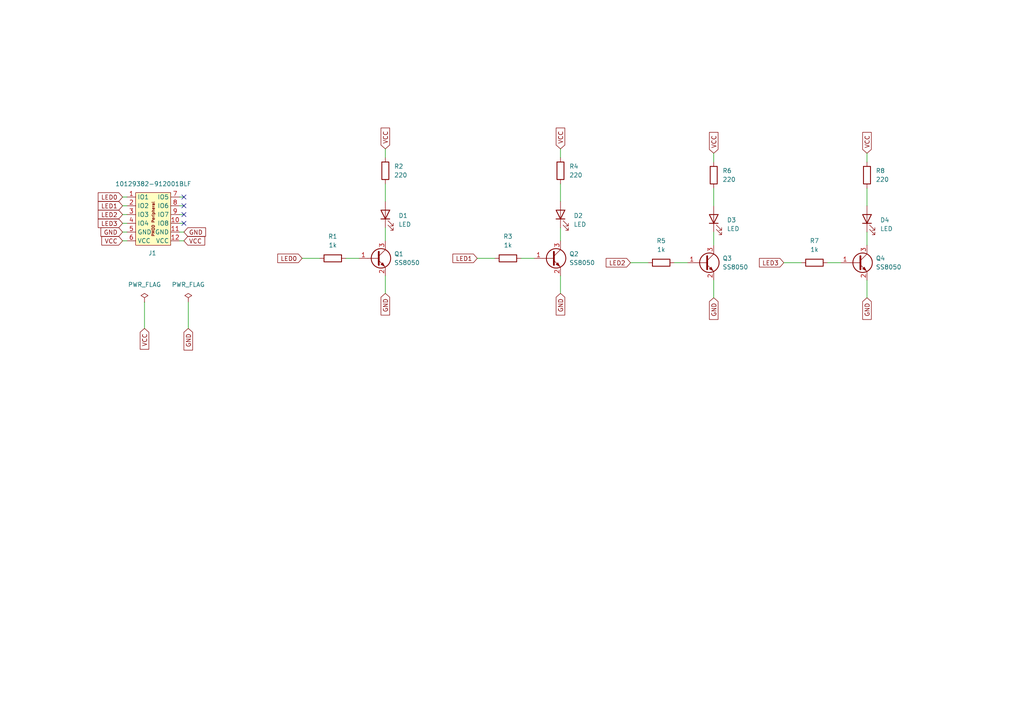
<source format=kicad_sch>
(kicad_sch (version 20250114) (generator "eeschema") (generator_version "9.0")
  (paper "A4")
  (title_block (title "S8050 PMOD LED") (date "2025-06-12") (rev "1.0"))
  (lib_symbols
    (symbol "Device:LED" (pin_numbers (hide yes)) (pin_names (offset 1.016) (hide yes))
      (property "Reference" "D" (at 0 2.54 0))
      (property "Value" "LED" (at 0 -2.54 0))
      (symbol "LED_0_1"
        (polyline (pts (xy -3.048 -0.762) (xy -4.572 -2.286) (xy -3.81 -2.286) (xy -4.572 -2.286) (xy -4.572 -1.524)))
        (polyline (pts (xy -1.778 -0.762) (xy -3.302 -2.286) (xy -2.54 -2.286) (xy -3.302 -2.286) (xy -3.302 -1.524)))
        (polyline (pts (xy -1.27 0) (xy 1.27 0)))
        (polyline (pts (xy -1.27 -1.27) (xy -1.27 1.27)) (stroke (width 0.254)))
        (polyline (pts (xy 1.27 -1.27) (xy 1.27 1.27) (xy -1.27 0) (xy 1.27 -1.27)) (stroke (width 0.254)))
      )
      (symbol "LED_1_1"
        (pin passive line (at -3.81 0 0) (length 2.54) (name "K") (number "1"))
        (pin passive line (at 3.81 0 180) (length 2.54) (name "A") (number "2"))
      )
    )
    (symbol "Device:R" (pin_numbers (hide yes)) (pin_names (offset 0))
      (property "Reference" "R" (at 2.032 0 90))
      (property "Value" "R" (at 0 0 90))
      (symbol "R_0_1"
        (rectangle (start -1.016 -2.54) (end 1.016 2.54) (stroke (width 0.254)))
      )
      (symbol "R_1_1"
        (pin passive line (at 0 3.81 270) (length 1.27) (name "~") (number "1"))
        (pin passive line (at 0 -3.81 90) (length 1.27) (name "~") (number "2"))
      )
    )
    (symbol "Transistor_BJT:SS8050" (pin_names (offset 0) (hide yes))
      (property "Reference" "Q" (at 5.08 1.905 0))
      (property "Value" "SS8050" (at 5.08 0 0))
      (symbol "SS8050_0_1"
        (polyline (pts (xy -2.54 0) (xy 0.635 0)))
        (polyline (pts (xy 0.635 1.905) (xy 0.635 -1.905)) (stroke (width 0.508)))
        (circle (center 1.27 0) (radius 2.8194) (stroke (width 0.254)))
      )
      (symbol "SS8050_1_1"
        (polyline (pts (xy 0.635 0.635) (xy 2.54 2.54)))
        (polyline (pts (xy 0.635 -0.635) (xy 2.54 -2.54)))
        (polyline (pts (xy 1.27 -1.778) (xy 1.778 -1.27) (xy 2.286 -2.286) (xy 1.27 -1.778)) (fill (type outline)))
        (pin input line (at -5.08 0 0) (length 2.54) (name "B") (number "1"))
        (pin passive line (at 2.54 5.08 270) (length 2.54) (name "C") (number "3"))
        (pin passive line (at 2.54 -5.08 90) (length 2.54) (name "E") (number "2"))
      )
    )
    (symbol "pmod:PMOD_PERIPH_2x6"
      (property "Reference" "J" (at -3.81 12.7 0))
      (property "Value" "10129382-912001BLF" (at 2.54 -5.08 0))
      (symbol "PMOD_PERIPH_2x6_1_1"
        (rectangle (start -5.08 11.43) (end 5.08 -3.81) (fill (type background)))
        (text "PMOD Peripheral" (at 0 3.81 900) (effects (font (size 0.8 0.8))))
        (pin bidirectional line (at -7.62 10.16 0) (length 2.54) (name "IO1") (number "1"))
        (pin bidirectional line (at -7.62 7.62 0) (length 2.54) (name "IO2") (number "2"))
        (pin bidirectional line (at -7.62 5.08 0) (length 2.54) (name "IO3") (number "3"))
        (pin bidirectional line (at -7.62 2.54 0) (length 2.54) (name "IO4") (number "4"))
        (pin power_in line (at -7.62 0 0) (length 2.54) (name "GND") (number "5"))
        (pin power_in line (at -7.62 -2.54 0) (length 2.54) (name "VCC") (number "6"))
        (pin bidirectional line (at 7.62 10.16 180) (length 2.54) (name "IO5") (number "7"))
        (pin bidirectional line (at 7.62 7.62 180) (length 2.54) (name "IO6") (number "8"))
        (pin bidirectional line (at 7.62 5.08 180) (length 2.54) (name "IO7") (number "9"))
        (pin bidirectional line (at 7.62 2.54 180) (length 2.54) (name "IO8") (number "10"))
        (pin power_in line (at 7.62 0 180) (length 2.54) (name "GND") (number "11"))
        (pin power_in line (at 7.62 -2.54 180) (length 2.54) (name "VCC") (number "12"))
      )
    )
    (symbol "power:PWR_FLAG" (power) (pin_numbers (hide yes)) (pin_names (offset 0) (hide yes))
      (property "Value" "PWR_FLAG" (at 0 3.81 0))
      (symbol "PWR_FLAG_0_0"
        (pin power_out line (at 0 0 90) (length 0) (name "~") (number "1"))
      )
      (symbol "PWR_FLAG_0_1"
        (polyline (pts (xy 0 0) (xy 0 1.27) (xy -1.016 1.905) (xy 0 2.54) (xy 1.016 1.905) (xy 0 1.27)))
      )
    )
  )
  (no_connect (at 53.34 57.15))
  (no_connect (at 53.34 64.77))
  (no_connect (at 53.34 59.69))
  (no_connect (at 53.34 62.23))
  (wire (pts (xy 227.33 76.2) (xy 232.41 76.2)))
  (wire (pts (xy 207.01 67.31) (xy 207.01 71.12)))
  (wire (pts (xy 35.56 64.77) (xy 36.83 64.77)))
  (wire (pts (xy 111.76 80.01) (xy 111.76 85.09)))
  (wire (pts (xy 240.03 76.2) (xy 243.84 76.2)))
  (wire (pts (xy 162.56 66.04) (xy 162.56 69.85)))
  (wire (pts (xy 53.34 67.31) (xy 52.07 67.31)))
  (wire (pts (xy 151.13 74.93) (xy 154.94 74.93)))
  (wire (pts (xy 111.76 53.34) (xy 111.76 58.42)))
  (wire (pts (xy 162.56 43.18) (xy 162.56 45.72)))
  (wire (pts (xy 35.56 59.69) (xy 36.83 59.69)))
  (wire (pts (xy 251.46 44.45) (xy 251.46 46.99)))
  (wire (pts (xy 195.58 76.2) (xy 199.39 76.2)))
  (wire (pts (xy 41.91 87.63) (xy 41.91 95.25)))
  (wire (pts (xy 162.56 80.01) (xy 162.56 85.09)))
  (wire (pts (xy 35.56 67.31) (xy 36.83 67.31)))
  (wire (pts (xy 207.01 44.45) (xy 207.01 46.99)))
  (wire (pts (xy 53.34 57.15) (xy 52.07 57.15)))
  (wire (pts (xy 162.56 53.34) (xy 162.56 58.42)))
  (wire (pts (xy 53.34 69.85) (xy 52.07 69.85)))
  (wire (pts (xy 53.34 62.23) (xy 52.07 62.23)))
  (wire (pts (xy 251.46 54.61) (xy 251.46 59.69)))
  (wire (pts (xy 53.34 64.77) (xy 52.07 64.77)))
  (wire (pts (xy 35.56 62.23) (xy 36.83 62.23)))
  (wire (pts (xy 54.61 87.63) (xy 54.61 95.25)))
  (wire (pts (xy 111.76 43.18) (xy 111.76 45.72)))
  (wire (pts (xy 138.43 74.93) (xy 143.51 74.93)))
  (wire (pts (xy 100.33 74.93) (xy 104.14 74.93)))
  (wire (pts (xy 251.46 81.28) (xy 251.46 86.36)))
  (wire (pts (xy 35.56 69.85) (xy 36.83 69.85)))
  (wire (pts (xy 182.88 76.2) (xy 187.96 76.2)))
  (wire (pts (xy 207.01 54.61) (xy 207.01 59.69)))
  (wire (pts (xy 207.01 81.28) (xy 207.01 86.36)))
  (wire (pts (xy 87.63 74.93) (xy 92.71 74.93)))
  (wire (pts (xy 53.34 59.69) (xy 52.07 59.69)))
  (wire (pts (xy 251.46 67.31) (xy 251.46 71.12)))
  (wire (pts (xy 35.56 57.15) (xy 36.83 57.15)))
  (wire (pts (xy 111.76 66.04) (xy 111.76 69.85)))
  (global_label "LED3" (shape input) (at 227.33 76.2 180) (property "Intersheetrefs" "${INTERSHEET_REFS}" (effects (hide yes))))
  (global_label "VCC" (shape input) (at 35.56 69.85 180) (property "Intersheetrefs" "${INTERSHEET_REFS}" (effects (hide yes))))
  (global_label "LED0" (shape input) (at 87.63 74.93 180) (property "Intersheetrefs" "${INTERSHEET_REFS}" (effects (hide yes))))
  (global_label "GND" (shape input) (at 35.56 67.31 180) (property "Intersheetrefs" "${INTERSHEET_REFS}" (effects (hide yes))))
  (global_label "LED1" (shape input) (at 138.43 74.93 180) (property "Intersheetrefs" "${INTERSHEET_REFS}" (effects (hide yes))))
  (global_label "GND" (shape input) (at 54.61 95.25 270) (property "Intersheetrefs" "${INTERSHEET_REFS}" (effects (hide yes))))
  (global_label "VCC" (shape input) (at 207.01 44.45 90) (property "Intersheetrefs" "${INTERSHEET_REFS}" (effects (hide yes))))
  (global_label "VCC" (shape input) (at 53.34 69.85 0) (property "Intersheetrefs" "${INTERSHEET_REFS}" (effects (hide yes))))
  (global_label "LED1" (shape input) (at 35.56 59.69 180) (property "Intersheetrefs" "${INTERSHEET_REFS}" (effects (hide yes))))
  (global_label "GND" (shape input) (at 53.34 67.31 0) (property "Intersheetrefs" "${INTERSHEET_REFS}" (effects (hide yes))))
  (global_label "LED2" (shape input) (at 35.56 62.23 180) (property "Intersheetrefs" "${INTERSHEET_REFS}" (effects (hide yes))))
  (global_label "GND" (shape input) (at 111.76 85.09 270) (property "Intersheetrefs" "${INTERSHEET_REFS}" (effects (hide yes))))
  (global_label "VCC" (shape input) (at 111.76 43.18 90) (property "Intersheetrefs" "${INTERSHEET_REFS}" (effects (hide yes))))
  (global_label "LED3" (shape input) (at 35.56 64.77 180) (property "Intersheetrefs" "${INTERSHEET_REFS}" (effects (hide yes))))
  (global_label "VCC" (shape input) (at 251.46 44.45 90) (property "Intersheetrefs" "${INTERSHEET_REFS}" (effects (hide yes))))
  (global_label "GND" (shape input) (at 251.46 86.36 270) (property "Intersheetrefs" "${INTERSHEET_REFS}" (effects (hide yes))))
  (global_label "LED0" (shape input) (at 35.56 57.15 180) (property "Intersheetrefs" "${INTERSHEET_REFS}" (effects (hide yes))))
  (global_label "GND" (shape input) (at 162.56 85.09 270) (property "Intersheetrefs" "${INTERSHEET_REFS}" (effects (hide yes))))
  (global_label "VCC" (shape input) (at 162.56 43.18 90) (property "Intersheetrefs" "${INTERSHEET_REFS}" (effects (hide yes))))
  (global_label "VCC" (shape input) (at 41.91 95.25 270) (property "Intersheetrefs" "${INTERSHEET_REFS}" (effects (hide yes))))
  (global_label "GND" (shape input) (at 207.01 86.36 270) (property "Intersheetrefs" "${INTERSHEET_REFS}" (effects (hide yes))))
  (global_label "LED2" (shape input) (at 182.88 76.2 180) (property "Intersheetrefs" "${INTERSHEET_REFS}" (effects (hide yes))))
  (symbol (lib_id "Device:R") (at 191.77 76.2 90) (unit 1)
    (property "Reference" "R5" (at 191.77 69.85 90))
    (property "Value" "1k" (at 191.77 72.39 90))
    (property "Footprint" "Resistor_SMD:R_0603_1608Metric" (effects (hide yes)))
    (property "Description" "Resistor" (effects (hide yes)))
  )
  (symbol (lib_id "Device:LED") (at 207.01 63.5 90) (unit 1)
    (property "Reference" "D3" (at 210.82 63.8174 90) (effects (justify right)))
    (property "Value" "LED" (at 210.82 66.3574 90) (effects (justify right)))
    (property "Footprint" "LED_SMD:LED_0603_1608Metric" (effects (hide yes)))
    (property "Description" "Light emitting diode" (effects (hide yes)))
    (property "Sim.Pins" "1=K 2=A" (effects (hide yes)))
  )
  (symbol (lib_id "Device:R") (at 236.22 76.2 90) (unit 1)
    (property "Reference" "R7" (at 236.22 69.85 90))
    (property "Value" "1k" (at 236.22 72.39 90))
    (property "Footprint" "Resistor_SMD:R_0603_1608Metric" (effects (hide yes)))
    (property "Description" "Resistor" (effects (hide yes)))
  )
  (symbol (lib_id "pmod:PMOD_PERIPH_2x6") (at 44.45 67.31 0) (unit 1)
    (property "Reference" "J1" (at 44.196 73.406 0))
    (property "Value" "10129382-912001BLF" (at 44.45 53.34 0))
    (property "Footprint" "pmod:PinHeader_2x06_P2.54mm_PMODPeriph2B" (effects (hide yes)))
    (property "Datasheet" "https://cdn.amphenol-cs.com/media/wysiwyg/files/drawing/10129382.pdf" (effects (hide yes)))
    (property "Description" "Male PMOD Peripheral connector" (effects (hide yes)))
    (property "LCSC Part" "C492434" (effects (hide yes)))
  )
  (symbol (lib_id "Device:R") (at 251.46 50.8 0) (unit 1)
    (property "Reference" "R8" (at 254 49.5299 0) (effects (justify left)))
    (property "Value" "220" (at 254 52.0699 0) (effects (justify left)))
    (property "Footprint" "Resistor_SMD:R_0603_1608Metric" (effects (hide yes)))
    (property "Description" "Resistor" (effects (hide yes)))
  )
  (symbol (lib_id "Device:R") (at 207.01 50.8 0) (unit 1)
    (property "Reference" "R6" (at 209.55 49.5299 0) (effects (justify left)))
    (property "Value" "220" (at 209.55 52.0699 0) (effects (justify left)))
    (property "Footprint" "Resistor_SMD:R_0603_1608Metric" (effects (hide yes)))
    (property "Description" "Resistor" (effects (hide yes)))
  )
  (symbol (lib_id "Transistor_BJT:SS8050") (at 160.02 74.93 0) (unit 1)
    (property "Reference" "Q2" (at 165.1 73.6599 0) (effects (justify left)))
    (property "Value" "SS8050" (at 165.1 76.1999 0) (effects (justify left)))
    (property "Footprint" "Package_TO_SOT_SMD:SOT-23" (effects (hide yes)))
    (property "Datasheet" "http://www.secosgmbh.com/datasheet/products/SSMPTransistor/SOT-23/SS8050.pdf" (effects (hide yes)))
    (property "Description" "General Purpose NPN Transistor, 1.5A Ic, 25V Vce, SOT-23" (effects (hide yes)))
  )
  (symbol (lib_id "Device:LED") (at 251.46 63.5 90) (unit 1)
    (property "Reference" "D4" (at 255.27 63.8174 90) (effects (justify right)))
    (property "Value" "LED" (at 255.27 66.3574 90) (effects (justify right)))
    (property "Footprint" "LED_SMD:LED_0603_1608Metric" (effects (hide yes)))
    (property "Description" "Light emitting diode" (effects (hide yes)))
    (property "Sim.Pins" "1=K 2=A" (effects (hide yes)))
  )
  (symbol (lib_id "Device:R") (at 162.56 49.53 0) (unit 1)
    (property "Reference" "R4" (at 165.1 48.2599 0) (effects (justify left)))
    (property "Value" "220" (at 165.1 50.7999 0) (effects (justify left)))
    (property "Footprint" "Resistor_SMD:R_0603_1608Metric" (effects (hide yes)))
    (property "Description" "Resistor" (effects (hide yes)))
  )
  (symbol (lib_id "Transistor_BJT:SS8050") (at 109.22 74.93 0) (unit 1)
    (property "Reference" "Q1" (at 114.3 73.6599 0) (effects (justify left)))
    (property "Value" "SS8050" (at 114.3 76.1999 0) (effects (justify left)))
    (property "Footprint" "Package_TO_SOT_SMD:SOT-23" (effects (hide yes)))
    (property "Datasheet" "http://www.secosgmbh.com/datasheet/products/SSMPTransistor/SOT-23/SS8050.pdf" (effects (hide yes)))
    (property "Description" "General Purpose NPN Transistor, 1.5A Ic, 25V Vce, SOT-23" (effects (hide yes)))
  )
  (symbol (lib_id "Transistor_BJT:SS8050") (at 204.47 76.2 0) (unit 1)
    (property "Reference" "Q3" (at 209.55 74.9299 0) (effects (justify left)))
    (property "Value" "SS8050" (at 209.55 77.4699 0) (effects (justify left)))
    (property "Footprint" "Package_TO_SOT_SMD:SOT-23" (effects (hide yes)))
    (property "Datasheet" "http://www.secosgmbh.com/datasheet/products/SSMPTransistor/SOT-23/SS8050.pdf" (effects (hide yes)))
    (property "Description" "General Purpose NPN Transistor, 1.5A Ic, 25V Vce, SOT-23" (effects (hide yes)))
  )
  (symbol (lib_id "power:PWR_FLAG") (at 41.91 87.63 0) (unit 1)
    (property "Reference" "#FLG01" (effects (hide yes)))
    (property "Value" "PWR_FLAG" (at 41.91 82.55 0))
    (property "Description" "Special symbol for telling ERC where power comes from" (effects (hide yes)))
  )
  (symbol (lib_id "Device:R") (at 147.32 74.93 90) (unit 1)
    (property "Reference" "R3" (at 147.32 68.58 90))
    (property "Value" "1k" (at 147.32 71.12 90))
    (property "Footprint" "Resistor_SMD:R_0603_1608Metric" (effects (hide yes)))
    (property "Description" "Resistor" (effects (hide yes)))
  )
  (symbol (lib_id "Transistor_BJT:SS8050") (at 248.92 76.2 0) (unit 1)
    (property "Reference" "Q4" (at 254 74.9299 0) (effects (justify left)))
    (property "Value" "SS8050" (at 254 77.4699 0) (effects (justify left)))
    (property "Footprint" "Package_TO_SOT_SMD:SOT-23" (effects (hide yes)))
    (property "Datasheet" "http://www.secosgmbh.com/datasheet/products/SSMPTransistor/SOT-23/SS8050.pdf" (effects (hide yes)))
    (property "Description" "General Purpose NPN Transistor, 1.5A Ic, 25V Vce, SOT-23" (effects (hide yes)))
  )
  (symbol (lib_id "Device:R") (at 96.52 74.93 90) (unit 1)
    (property "Reference" "R1" (at 96.52 68.58 90))
    (property "Value" "1k" (at 96.52 71.12 90))
    (property "Footprint" "Resistor_SMD:R_0603_1608Metric" (effects (hide yes)))
    (property "Description" "Resistor" (effects (hide yes)))
  )
  (symbol (lib_id "power:PWR_FLAG") (at 54.61 87.63 0) (unit 1)
    (property "Reference" "#FLG02" (effects (hide yes)))
    (property "Value" "PWR_FLAG" (at 54.61 82.55 0))
    (property "Description" "Special symbol for telling ERC where power comes from" (effects (hide yes)))
  )
  (symbol (lib_id "Device:LED") (at 111.76 62.23 90) (unit 1)
    (property "Reference" "D1" (at 115.57 62.5474 90) (effects (justify right)))
    (property "Value" "LED" (at 115.57 65.0874 90) (effects (justify right)))
    (property "Footprint" "LED_SMD:LED_0603_1608Metric" (effects (hide yes)))
    (property "Description" "Light emitting diode" (effects (hide yes)))
    (property "Sim.Pins" "1=K 2=A" (effects (hide yes)))
  )
  (symbol (lib_id "Device:R") (at 111.76 49.53 0) (unit 1)
    (property "Reference" "R2" (at 114.3 48.2599 0) (effects (justify left)))
    (property "Value" "220" (at 114.3 50.7999 0) (effects (justify left)))
    (property "Footprint" "Resistor_SMD:R_0603_1608Metric" (effects (hide yes)))
    (property "Description" "Resistor" (effects (hide yes)))
  )
  (symbol (lib_id "Device:LED") (at 162.56 62.23 90) (unit 1)
    (property "Reference" "D2" (at 166.37 62.5474 90) (effects (justify right)))
    (property "Value" "LED" (at 166.37 65.0874 90) (effects (justify right)))
    (property "Footprint" "LED_SMD:LED_0603_1608Metric" (effects (hide yes)))
    (property "Description" "Light emitting diode" (effects (hide yes)))
    (property "Sim.Pins" "1=K 2=A" (effects (hide yes)))
  )
)
</source>
